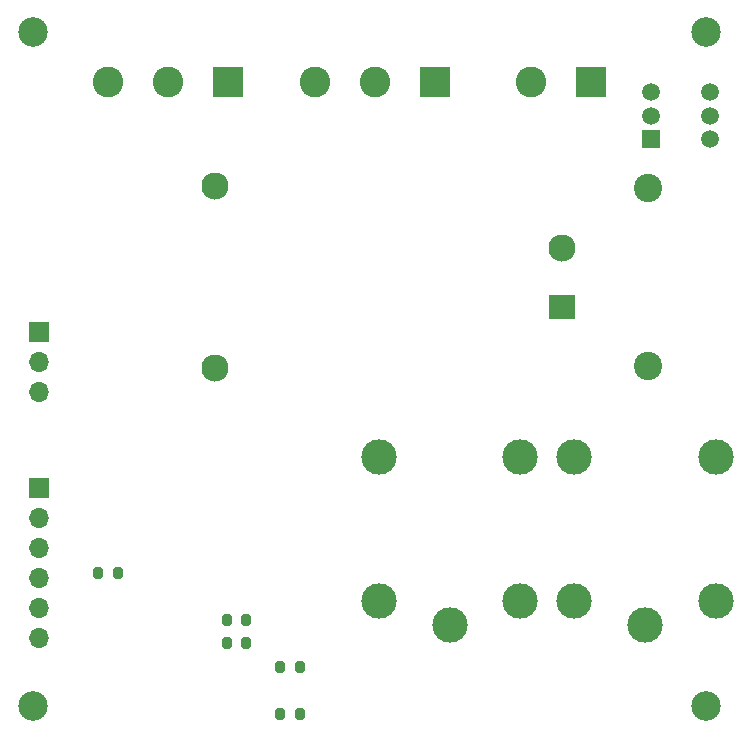
<source format=gbs>
G04 #@! TF.GenerationSoftware,KiCad,Pcbnew,7.0.8*
G04 #@! TF.CreationDate,2024-05-09T20:38:46-03:00*
G04 #@! TF.ProjectId,lamp_module_x2,6c616d70-5f6d-46f6-9475-6c655f78322e,1.1*
G04 #@! TF.SameCoordinates,Original*
G04 #@! TF.FileFunction,Soldermask,Bot*
G04 #@! TF.FilePolarity,Negative*
%FSLAX46Y46*%
G04 Gerber Fmt 4.6, Leading zero omitted, Abs format (unit mm)*
G04 Created by KiCad (PCBNEW 7.0.8) date 2024-05-09 20:38:46*
%MOMM*%
%LPD*%
G01*
G04 APERTURE LIST*
G04 Aperture macros list*
%AMRoundRect*
0 Rectangle with rounded corners*
0 $1 Rounding radius*
0 $2 $3 $4 $5 $6 $7 $8 $9 X,Y pos of 4 corners*
0 Add a 4 corners polygon primitive as box body*
4,1,4,$2,$3,$4,$5,$6,$7,$8,$9,$2,$3,0*
0 Add four circle primitives for the rounded corners*
1,1,$1+$1,$2,$3*
1,1,$1+$1,$4,$5*
1,1,$1+$1,$6,$7*
1,1,$1+$1,$8,$9*
0 Add four rect primitives between the rounded corners*
20,1,$1+$1,$2,$3,$4,$5,0*
20,1,$1+$1,$4,$5,$6,$7,0*
20,1,$1+$1,$6,$7,$8,$9,0*
20,1,$1+$1,$8,$9,$2,$3,0*%
G04 Aperture macros list end*
%ADD10RoundRect,0.200000X-0.200000X-0.275000X0.200000X-0.275000X0.200000X0.275000X-0.200000X0.275000X0*%
%ADD11C,3.000000*%
%ADD12C,2.600000*%
%ADD13R,2.600000X2.600000*%
%ADD14C,2.500000*%
%ADD15O,1.700000X1.700000*%
%ADD16R,1.700000X1.700000*%
%ADD17C,2.400000*%
%ADD18R,2.300000X2.000000*%
%ADD19C,2.300000*%
%ADD20R,1.500000X1.500000*%
%ADD21C,1.500000*%
%ADD22RoundRect,0.200000X0.200000X0.275000X-0.200000X0.275000X-0.200000X-0.275000X0.200000X-0.275000X0*%
G04 APERTURE END LIST*
D10*
X133287000Y-105647846D03*
X134937000Y-105647846D03*
D11*
X168656000Y-104062001D03*
X162656000Y-89862001D03*
X174656000Y-89862001D03*
X174656000Y-102062001D03*
X162656000Y-102062001D03*
D12*
X123190000Y-58121300D03*
X128270000Y-58121300D03*
D13*
X133350000Y-58121300D03*
D14*
X116840000Y-53918154D03*
D15*
X117373000Y-84328000D03*
X117373000Y-81788000D03*
D16*
X117373000Y-79248000D03*
D14*
X173840000Y-110918153D03*
D11*
X152139000Y-104062000D03*
X146139000Y-89862000D03*
X158139000Y-89862000D03*
X158139000Y-102062000D03*
X146139000Y-102062000D03*
D12*
X140716000Y-58121300D03*
X145796000Y-58121300D03*
D13*
X150876000Y-58121300D03*
D15*
X117348000Y-105156000D03*
X117348000Y-102616000D03*
X117348000Y-100076000D03*
X117348000Y-97536000D03*
X117348000Y-94996000D03*
D16*
X117348000Y-92456000D03*
D13*
X164084000Y-58121300D03*
D12*
X159004000Y-58121300D03*
D17*
X168934000Y-82131300D03*
X168934000Y-67131300D03*
D18*
X161652500Y-77131300D03*
D19*
X161652500Y-72131300D03*
X132252500Y-82331300D03*
X132252500Y-66931300D03*
D14*
X116840000Y-110918154D03*
X173840000Y-53918100D03*
D20*
X169204000Y-62960000D03*
D21*
X169204000Y-60960000D03*
X169204000Y-58960000D03*
X174204000Y-62960000D03*
X174204000Y-60960000D03*
X174204000Y-58960000D03*
D10*
X134937000Y-103647848D03*
X133287000Y-103647848D03*
D22*
X139447000Y-111647846D03*
X137797000Y-111647846D03*
X124047000Y-99647852D03*
X122397000Y-99647852D03*
X139447000Y-107647853D03*
X137797000Y-107647853D03*
M02*

</source>
